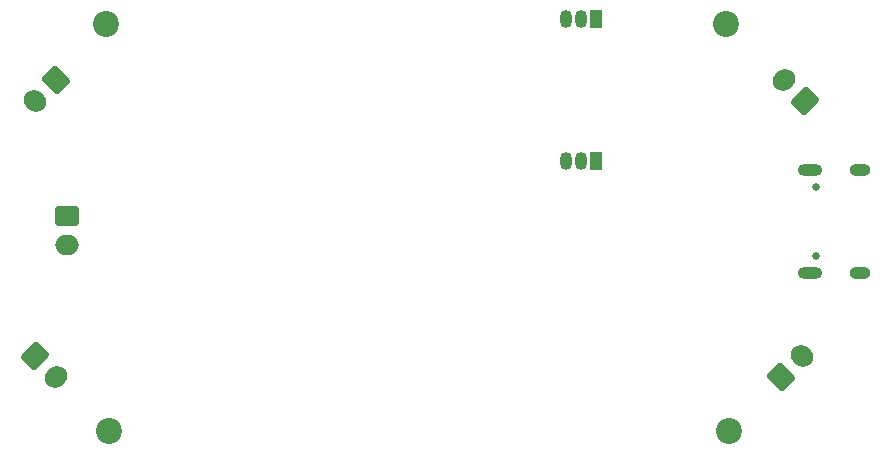
<source format=gbr>
%TF.GenerationSoftware,KiCad,Pcbnew,8.0.1*%
%TF.CreationDate,2024-07-15T00:54:35+06:00*%
%TF.ProjectId,saucey,73617563-6579-42e6-9b69-6361645f7063,1.0*%
%TF.SameCoordinates,Original*%
%TF.FileFunction,Soldermask,Bot*%
%TF.FilePolarity,Negative*%
%FSLAX46Y46*%
G04 Gerber Fmt 4.6, Leading zero omitted, Abs format (unit mm)*
G04 Created by KiCad (PCBNEW 8.0.1) date 2024-07-15 00:54:35*
%MOMM*%
%LPD*%
G01*
G04 APERTURE LIST*
G04 Aperture macros list*
%AMRoundRect*
0 Rectangle with rounded corners*
0 $1 Rounding radius*
0 $2 $3 $4 $5 $6 $7 $8 $9 X,Y pos of 4 corners*
0 Add a 4 corners polygon primitive as box body*
4,1,4,$2,$3,$4,$5,$6,$7,$8,$9,$2,$3,0*
0 Add four circle primitives for the rounded corners*
1,1,$1+$1,$2,$3*
1,1,$1+$1,$4,$5*
1,1,$1+$1,$6,$7*
1,1,$1+$1,$8,$9*
0 Add four rect primitives between the rounded corners*
20,1,$1+$1,$2,$3,$4,$5,0*
20,1,$1+$1,$4,$5,$6,$7,0*
20,1,$1+$1,$6,$7,$8,$9,0*
20,1,$1+$1,$8,$9,$2,$3,0*%
%AMHorizOval*
0 Thick line with rounded ends*
0 $1 width*
0 $2 $3 position (X,Y) of the first rounded end (center of the circle)*
0 $4 $5 position (X,Y) of the second rounded end (center of the circle)*
0 Add line between two ends*
20,1,$1,$2,$3,$4,$5,0*
0 Add two circle primitives to create the rounded ends*
1,1,$1,$2,$3*
1,1,$1,$4,$5*%
G04 Aperture macros list end*
%ADD10C,0.650000*%
%ADD11O,2.100000X1.000000*%
%ADD12O,1.800000X1.000000*%
%ADD13RoundRect,0.250000X0.106066X-0.954594X0.954594X-0.106066X-0.106066X0.954594X-0.954594X0.106066X0*%
%ADD14HorizOval,1.700000X-0.106066X0.106066X0.106066X-0.106066X0*%
%ADD15RoundRect,0.250000X-0.106066X0.954594X-0.954594X0.106066X0.106066X-0.954594X0.954594X-0.106066X0*%
%ADD16RoundRect,0.250000X0.954594X0.106066X0.106066X0.954594X-0.954594X-0.106066X-0.106066X-0.954594X0*%
%ADD17HorizOval,1.700000X0.106066X0.106066X-0.106066X-0.106066X0*%
%ADD18RoundRect,0.250000X-0.954594X-0.106066X-0.106066X-0.954594X0.954594X0.106066X0.106066X0.954594X0*%
%ADD19HorizOval,1.700000X-0.106066X-0.106066X0.106066X0.106066X0*%
%ADD20RoundRect,0.250000X-0.750000X0.600000X-0.750000X-0.600000X0.750000X-0.600000X0.750000X0.600000X0*%
%ADD21O,2.000000X1.700000*%
%ADD22C,2.200000*%
%ADD23R,1.050000X1.500000*%
%ADD24O,1.050000X1.500000*%
G04 APERTURE END LIST*
D10*
%TO.C,P1*%
X176395000Y-73640000D03*
X176395000Y-67860000D03*
D11*
X175895000Y-75070000D03*
D12*
X180075000Y-75070000D03*
D11*
X175895000Y-66430000D03*
D12*
X180075000Y-66430000D03*
%TD*%
D13*
%TO.C,M5*%
X173426598Y-83944365D03*
D14*
X175194365Y-82176598D03*
%TD*%
D15*
%TO.C,M4*%
X112073402Y-58805635D03*
D14*
X110305635Y-60573402D03*
%TD*%
D16*
%TO.C,M3*%
X175444365Y-60573402D03*
D17*
X173676598Y-58805635D03*
%TD*%
D18*
%TO.C,M2*%
X110305635Y-82176598D03*
D19*
X112073402Y-83944365D03*
%TD*%
D20*
%TO.C,J1*%
X112950000Y-70250000D03*
D21*
X112950000Y-72750000D03*
%TD*%
D22*
%TO.C,REF\u002A\u002A*%
X169000000Y-88500000D03*
%TD*%
D23*
%TO.C,Q2*%
X157770001Y-65640001D03*
D24*
X156500000Y-65640001D03*
X155230001Y-65640001D03*
%TD*%
D22*
%TO.C,REF\u002A\u002A*%
X116500000Y-88500000D03*
%TD*%
%TO.C,REF\u002A\u002A*%
X116250000Y-54000000D03*
%TD*%
D23*
%TO.C,Q1*%
X157770001Y-53640001D03*
D24*
X156500000Y-53640001D03*
X155230001Y-53640001D03*
%TD*%
D22*
%TO.C,REF\u002A\u002A*%
X168750000Y-54000000D03*
%TD*%
M02*

</source>
